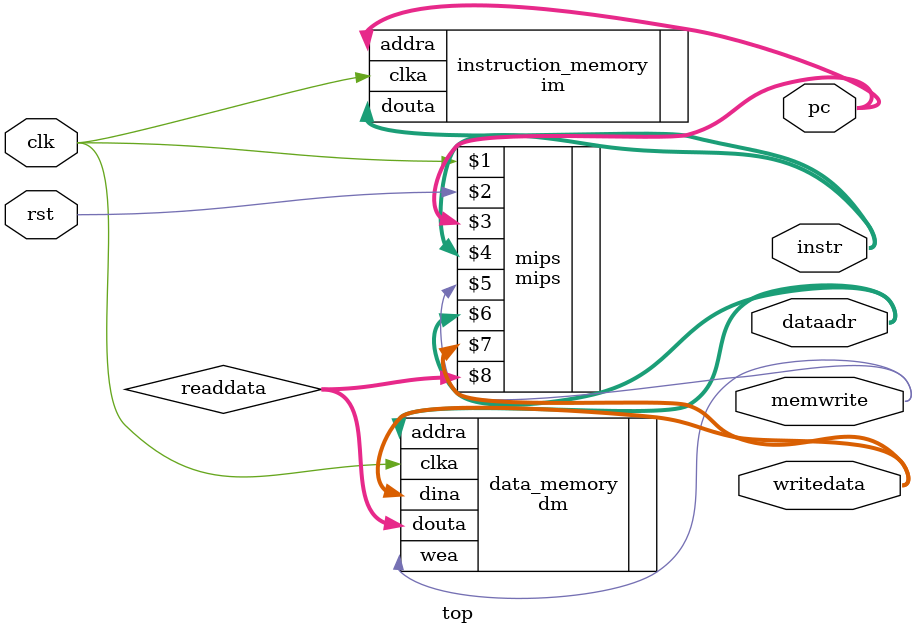
<source format=v>
`timescale 1ns / 1ps


module top(
	input clk,rst,
	output [31:0] writedata,dataadr,pc,instr,
	output memwrite
	);
	// wire clk;
	wire[31:0] pc,instr,readdata,dataadr,writedata;
    wire memwrite;
	//   clk_div instance_name(
 //    	// Clock out ports
	//     .clk_out1(hclk),     // output clk_out1
	//    // Clock in ports
	//     .clk_in1(clk)
 //    	); 
   	

	mips mips(clk,rst,pc,instr,memwrite,dataadr,writedata,readdata);
	/*
	mips(
	input wire clk,rst,
	output wire[31:0] PCout,
	input wire[31:0] instr,
	output wire memwrite,
	output wire[31:0] aluout,writedata,
	input wire[31:0] readdata 
    );
	*/
	
	//inst_mem imem(clk,pc[7:2],instr);
	//data_mem dmem(clk,memwrite,dataadr,writedata,readdata);
	
	im instruction_memory(
    .clka(clk),    // input wire clka
    .addra(pc),  // input wire [31 : 0] addra
    .douta(instr)  // output wire [31 : 0] douta
    );

    dm data_memory(
    .clka(clk),    // input wire clka
    .wea(memwrite),      // input wire [0 : 0] wea
    .addra(dataadr),  // input wire [31 : 0] addra
    .dina(writedata),    // input wire [31 : 0] dina
    .douta(readdata)  // output wire [31 : 0] douta
    );

endmodule

</source>
